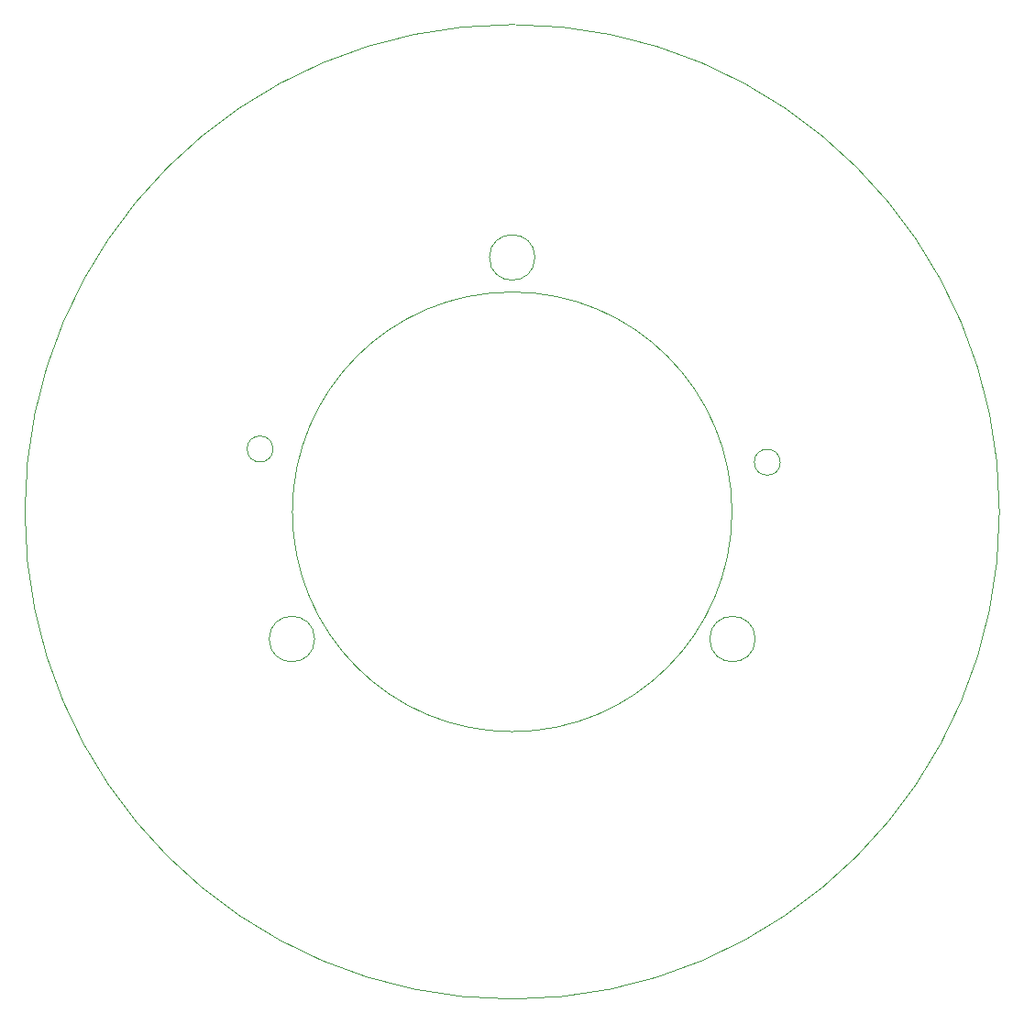
<source format=gbr>
%TF.GenerationSoftware,KiCad,Pcbnew,(6.0.5-0)*%
%TF.CreationDate,2023-02-12T17:03:44-08:00*%
%TF.ProjectId,scratch,73637261-7463-4682-9e6b-696361645f70,rev?*%
%TF.SameCoordinates,Original*%
%TF.FileFunction,Profile,NP*%
%FSLAX46Y46*%
G04 Gerber Fmt 4.6, Leading zero omitted, Abs format (unit mm)*
G04 Created by KiCad (PCBNEW (6.0.5-0)) date 2023-02-12 17:03:44*
%MOMM*%
%LPD*%
G01*
G04 APERTURE LIST*
%TA.AperFunction,Profile*%
%ADD10C,0.100000*%
%TD*%
%TA.AperFunction,Profile*%
%ADD11C,0.120000*%
%TD*%
G04 APERTURE END LIST*
D10*
X175981000Y-101498000D02*
G75*
G03*
X175981000Y-101498000I-45000000J0D01*
G01*
D11*
%TO.C,REF\u002A\u002A*%
X151281000Y-101498000D02*
G75*
G03*
X151281000Y-101498000I-20300000J0D01*
G01*
X133081000Y-78004500D02*
G75*
G03*
X133081000Y-78004500I-2100000J0D01*
G01*
X155740052Y-96918584D02*
G75*
G03*
X155740052Y-96918584I-1200000J0D01*
G01*
X108893903Y-95691875D02*
G75*
G03*
X108893903Y-95691875I-1200000J0D01*
G01*
X153426968Y-113244750D02*
G75*
G03*
X153426968Y-113244750I-2100000J0D01*
G01*
X112735032Y-113244750D02*
G75*
G03*
X112735032Y-113244750I-2100000J0D01*
G01*
%TD*%
M02*

</source>
